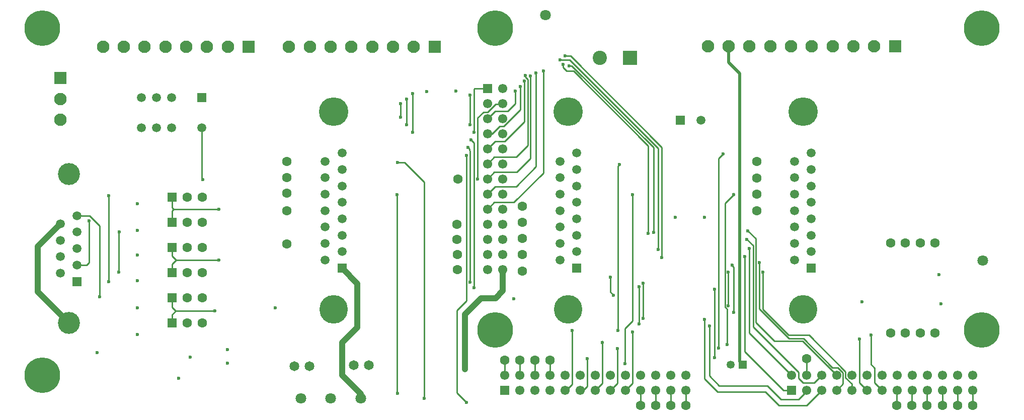
<source format=gbl>
G04*
G04 #@! TF.GenerationSoftware,Altium Limited,Altium Designer,18.1.9 (240)*
G04*
G04 Layer_Physical_Order=4*
G04 Layer_Color=16711680*
%FSLAX25Y25*%
%MOIN*%
G70*
G01*
G75*
%ADD17C,0.00984*%
%ADD38R,0.06102X0.06102*%
%ADD45C,0.07087*%
%ADD60C,0.01968*%
%ADD61C,0.03937*%
%ADD62C,0.23622*%
%ADD63R,0.05315X0.05315*%
%ADD64C,0.05315*%
%ADD65C,0.05906*%
%ADD66R,0.05906X0.05906*%
%ADD67O,0.19488X0.18898*%
%ADD68C,0.18898*%
%ADD69C,0.14567*%
%ADD70C,0.06299*%
%ADD71R,0.06299X0.06299*%
%ADD72C,0.06102*%
%ADD73R,0.08268X0.08268*%
%ADD74C,0.08268*%
%ADD75R,0.09449X0.09449*%
%ADD76C,0.09449*%
%ADD77R,0.08268X0.08268*%
%ADD78C,0.06500*%
%ADD79C,0.05937*%
%ADD80R,0.05937X0.05937*%
%ADD81R,0.05906X0.05906*%
%ADD82R,0.06102X0.06102*%
%ADD83C,0.02362*%
D17*
X40007Y222446D02*
Y223425D01*
Y222446D02*
X41634Y220820D01*
Y177134D02*
Y220820D01*
X28500Y200000D02*
X33465Y204965D01*
Y213354D01*
X25846Y190000D02*
X36614Y200768D01*
Y216240D01*
X39370Y192870D02*
Y219882D01*
X20000Y200000D02*
X28500D01*
X34000Y169500D02*
X41634Y177134D01*
X26500Y180000D02*
X39370Y192870D01*
X20000Y180000D02*
X26500D01*
X19500Y169500D02*
X34000D01*
X34500Y159500D02*
X43406Y168405D01*
Y223228D01*
X34000Y150000D02*
X47146Y163146D01*
Y225197D01*
X52000Y159000D02*
Y226500D01*
X32453Y139453D02*
X52000Y159000D01*
X19500Y159500D02*
X34500D01*
X101500Y54500D02*
Y163500D01*
X102500Y164500D01*
X214500Y51500D02*
X227873D01*
X197300Y68700D02*
Y93300D01*
X214698Y49075D02*
X224452D01*
X192575Y59925D02*
Y115425D01*
X191000Y56800D02*
Y110750D01*
X197300Y68700D02*
X214500Y51500D01*
X186750Y115000D02*
X191000Y110750D01*
Y56800D02*
X221000Y26800D01*
X187500Y120500D02*
X192575Y115425D01*
Y59925D02*
X205000Y47500D01*
X195000Y68773D02*
X214698Y49075D01*
X188500Y52800D02*
Y109000D01*
X185455Y40545D02*
Y103500D01*
Y40545D02*
X211000Y15000D01*
X188500Y52800D02*
X216300Y25000D01*
X211000Y15000D02*
X216300D01*
X177000Y97627D02*
Y98000D01*
Y97627D02*
X178000Y96627D01*
Y66500D02*
Y96627D01*
X172236Y138736D02*
X178000Y144500D01*
X172236Y70062D02*
Y138736D01*
Y70062D02*
X173736Y68562D01*
Y45264D02*
Y68562D01*
X168000Y43000D02*
Y168500D01*
X171000Y171500D01*
X111000Y19700D02*
Y53500D01*
X106300Y15000D02*
X111000Y19700D01*
X162000Y24500D02*
Y57500D01*
X101000Y19700D02*
Y42500D01*
X71000Y19000D02*
Y54500D01*
X200500Y18000D02*
X209500Y9000D01*
X162000Y24500D02*
X168500Y18000D01*
X200500D01*
X199000Y14000D02*
X208000Y5000D01*
X158791Y22709D02*
Y62000D01*
Y22709D02*
X167500Y14000D01*
X199000D01*
X205000Y47500D02*
X223800D01*
X-5354Y68000D02*
X1000Y74354D01*
X-5354Y13354D02*
Y68000D01*
Y13354D02*
X1000Y7000D01*
Y74354D02*
Y170500D01*
X6000Y83000D02*
Y179000D01*
X67300Y226500D02*
X72000D01*
X121500Y177000D01*
X65000Y228800D02*
X67300Y226500D01*
X65000Y228800D02*
Y231000D01*
X208000Y5000D02*
X226300D01*
X221000Y9000D02*
X226300Y14300D01*
X209500Y9000D02*
X221000D01*
X3500Y86500D02*
Y173425D01*
X3000Y173925D02*
X3500Y173425D01*
X3000Y173925D02*
Y174925D01*
X1925Y176000D02*
X3000Y174925D01*
X12315Y199315D02*
X15161D01*
X8500Y195500D02*
X12315Y199315D01*
X8500Y155000D02*
Y195500D01*
X24626Y204626D02*
X25000Y205000D01*
X20472Y204626D02*
X24626D01*
X15161Y199315D02*
X20472Y204626D01*
X6000Y186000D02*
Y214500D01*
X6500Y215000D01*
X15000D01*
X3500Y191000D02*
Y210500D01*
X96268Y80232D02*
X98500Y78000D01*
X96268Y80232D02*
Y89768D01*
X118000Y62500D02*
Y86000D01*
X115500Y59000D02*
Y83500D01*
X174500Y71000D02*
Y93300D01*
X-194000Y98567D02*
X-191284Y101284D01*
X-194000Y92900D02*
Y98567D01*
X-191284Y101284D02*
X-163000D01*
X-194000Y104000D02*
X-191284Y101284D01*
X-194000Y104000D02*
Y109600D01*
X4000Y181000D02*
X6000Y179000D01*
X-174335Y155335D02*
X-173500Y154500D01*
X-174335Y155335D02*
Y189000D01*
X226300Y14300D02*
Y15000D01*
Y5000D02*
X236300Y15000D01*
X227873Y51500D02*
X252166Y27207D01*
Y23288D02*
Y27207D01*
Y23288D02*
X256300Y19154D01*
Y15000D02*
Y19154D01*
X247146Y30000D02*
X250434Y26712D01*
Y19134D02*
Y26712D01*
X246300Y15000D02*
X250434Y19134D01*
X243527Y30000D02*
X247146D01*
X224452Y49075D02*
X243527Y30000D01*
X195000Y68773D02*
Y99500D01*
X261500Y19800D02*
Y49000D01*
Y19800D02*
X266300Y15000D01*
X269000Y32177D02*
Y51500D01*
Y32177D02*
X271500Y29677D01*
Y19800D02*
Y29677D01*
Y19800D02*
X276300Y15000D01*
X221000Y23000D02*
Y26800D01*
X223800Y47500D02*
X246300Y25000D01*
X231300Y20000D02*
X236300Y25000D01*
X224000Y20000D02*
X231300D01*
X221000Y23000D02*
X224000Y20000D01*
X226300Y25000D02*
Y36000D01*
X130500Y102963D02*
Y176000D01*
X70000Y236500D02*
X130500Y176000D01*
X66500Y236500D02*
X70000D01*
X70727Y230000D02*
X125000Y175727D01*
X69000Y230000D02*
X70727D01*
X69227Y234000D02*
X128000Y175227D01*
X63000Y234000D02*
X69227D01*
X128000Y108358D02*
Y175227D01*
X125000Y119500D02*
Y175727D01*
X121500Y119000D02*
Y177000D01*
X111000Y61000D02*
Y144500D01*
X106000Y56000D02*
X111000Y61000D01*
X106000Y32500D02*
Y56000D01*
X26300Y34800D02*
X26500Y35000D01*
X26300Y25000D02*
Y34800D01*
X36300Y25000D02*
Y35000D01*
X46300Y25000D02*
Y35000D01*
X56300Y25000D02*
Y35000D01*
X96300Y15000D02*
X101000Y19700D01*
X178000Y144500D02*
Y145500D01*
X91000Y19700D02*
Y46500D01*
Y47500D01*
X86300Y15000D02*
X91000Y19700D01*
X165500Y36500D02*
Y82000D01*
X81000Y17500D02*
Y36000D01*
X78500Y15000D02*
X81000Y17500D01*
X76300Y15000D02*
X78500D01*
X102500Y164500D02*
Y165000D01*
X67000Y15000D02*
X71000Y19000D01*
X66300Y15000D02*
X67000D01*
X-194000Y65000D02*
X-191500Y67500D01*
X-194000Y59500D02*
Y65000D01*
Y70000D02*
Y76200D01*
Y70000D02*
X-191500Y67500D01*
X-165500D01*
X336300Y5000D02*
Y15000D01*
X326300Y5000D02*
Y15000D01*
X316225Y14925D02*
X316300Y15000D01*
X316225Y5000D02*
Y14925D01*
X306150Y14850D02*
X306300Y15000D01*
X306150Y5000D02*
Y14850D01*
X296075Y14775D02*
X296300Y15000D01*
X296075Y5000D02*
Y14775D01*
X286000Y14700D02*
X286300Y15000D01*
X286000Y5000D02*
Y14700D01*
X116300Y5000D02*
Y15000D01*
X126300Y5000D02*
Y15000D01*
X136300Y5000D02*
Y15000D01*
X146300Y5000D02*
Y15000D01*
X23000Y190000D02*
X25846D01*
X19453Y139453D02*
X32453D01*
X15000Y135000D02*
X19453Y139453D01*
X15000Y145000D02*
X20000Y150000D01*
X34000D01*
X15000Y155000D02*
X19500Y159500D01*
X15000Y165000D02*
X19500Y169500D01*
X15000Y175000D02*
X20000Y180000D01*
X15000Y185000D02*
X18000D01*
X23000Y190000D01*
X15000Y195000D02*
X20000Y200000D01*
X-194000Y134000D02*
X-193000Y135000D01*
X-194000Y126300D02*
Y134000D01*
Y136000D02*
X-193000Y135000D01*
X-194000Y136000D02*
Y143000D01*
X-193000Y135000D02*
X-163000D01*
X-44957Y13457D02*
X-44500Y13000D01*
X-44957Y13457D02*
Y144457D01*
X-44500Y166000D02*
X-40000D01*
X-27000Y153000D01*
Y9500D02*
Y153000D01*
X-34500Y186000D02*
Y211500D01*
X-38500Y191000D02*
Y208000D01*
X-42500Y196000D02*
Y205000D01*
X-236047Y144047D02*
Y144453D01*
Y87047D02*
Y144047D01*
X-229300Y119463D02*
X-229000Y119763D01*
X-229300Y93300D02*
Y119463D01*
X-248622Y130669D02*
X-242000Y124047D01*
Y77000D02*
Y124047D01*
X-256819Y97952D02*
X-250548D01*
X-248900Y99600D01*
Y127100D01*
X-256819Y130669D02*
X-248622D01*
D38*
X216300Y15000D02*
D03*
X26300D02*
D03*
D45*
X53500Y263500D02*
D03*
X343000Y101000D02*
D03*
X-89000Y9500D02*
D03*
X-108500D02*
D03*
X-69000D02*
D03*
D60*
X174721Y232279D02*
X182000Y225000D01*
X182000Y66264D01*
Y33874D02*
Y66264D01*
Y33874D02*
X183874Y32000D01*
X174721Y232279D02*
Y243000D01*
D61*
X-81398Y24902D02*
Y46457D01*
X-81319Y95831D02*
X-71161Y85673D01*
Y56693D02*
Y85673D01*
X-81398Y46457D02*
X-71161Y56693D01*
X-81398Y24902D02*
X-69000Y12504D01*
Y9500D02*
Y12504D01*
X0Y29000D02*
Y65354D01*
X10646Y76000D01*
X20236D01*
X25000Y80764D01*
Y95000D01*
X-283000Y80236D02*
X-262409Y59645D01*
X-283000Y80236D02*
Y110216D01*
X-268000Y125216D01*
D62*
X-280000Y25000D02*
D03*
Y255000D02*
D03*
X20000Y55000D02*
D03*
Y255000D02*
D03*
X342500D02*
D03*
Y55000D02*
D03*
D63*
X183874Y32000D02*
D03*
D64*
X176000D02*
D03*
D65*
X218319Y101284D02*
D03*
X229500Y106736D02*
D03*
Y117642D02*
D03*
Y128547D02*
D03*
Y139453D02*
D03*
Y150358D02*
D03*
Y161264D02*
D03*
Y172169D02*
D03*
X218319Y112189D02*
D03*
Y123094D02*
D03*
Y134000D02*
D03*
Y144905D02*
D03*
Y155811D02*
D03*
Y166717D02*
D03*
X62910Y101284D02*
D03*
X74090Y106736D02*
D03*
Y117642D02*
D03*
Y128547D02*
D03*
Y139453D02*
D03*
Y150358D02*
D03*
Y161264D02*
D03*
Y172169D02*
D03*
X62910Y112189D02*
D03*
Y123094D02*
D03*
Y134000D02*
D03*
Y144905D02*
D03*
Y155811D02*
D03*
Y166717D02*
D03*
X-92500Y101284D02*
D03*
X-81319Y106736D02*
D03*
Y117642D02*
D03*
Y128547D02*
D03*
Y139453D02*
D03*
Y150358D02*
D03*
Y161264D02*
D03*
Y172169D02*
D03*
X-92500Y112189D02*
D03*
Y123094D02*
D03*
Y134000D02*
D03*
Y144905D02*
D03*
Y155811D02*
D03*
Y166717D02*
D03*
X-256819Y97952D02*
D03*
Y108858D02*
D03*
Y119763D02*
D03*
Y130669D02*
D03*
X-268000Y92500D02*
D03*
Y103405D02*
D03*
Y114311D02*
D03*
Y125216D02*
D03*
X156500Y194000D02*
D03*
D66*
X229500Y95831D02*
D03*
X74090D02*
D03*
X-81319D02*
D03*
X-256819Y87047D02*
D03*
D67*
X223909Y199591D02*
D03*
X68500D02*
D03*
X-86910D02*
D03*
D68*
X223909Y68410D02*
D03*
X68500D02*
D03*
X-86910D02*
D03*
D69*
X-262409Y158070D02*
D03*
Y59645D02*
D03*
D70*
X-174000Y143000D02*
D03*
X-184000D02*
D03*
X-174000Y59500D02*
D03*
X-184000D02*
D03*
X-174000Y126300D02*
D03*
X-184000D02*
D03*
X-174000Y109600D02*
D03*
X-184000D02*
D03*
X-174000Y92900D02*
D03*
X-184000D02*
D03*
X-174000Y76200D02*
D03*
X-184000D02*
D03*
X-5000Y95000D02*
D03*
Y105000D02*
D03*
X193500Y166500D02*
D03*
X-5354Y115000D02*
D03*
Y125000D02*
D03*
X193500Y155667D02*
D03*
X311500Y112500D02*
D03*
Y53000D02*
D03*
X193500Y144833D02*
D03*
X301667Y112500D02*
D03*
Y53000D02*
D03*
X291833Y112500D02*
D03*
Y53000D02*
D03*
X193500Y134000D02*
D03*
X282000Y112500D02*
D03*
Y53000D02*
D03*
X-4500Y155000D02*
D03*
X336300Y5000D02*
D03*
X326300D02*
D03*
X316225D02*
D03*
X306150D02*
D03*
X296075D02*
D03*
X286000D02*
D03*
X38000Y137000D02*
D03*
Y126250D02*
D03*
X226300Y36000D02*
D03*
X38000Y115500D02*
D03*
Y104750D02*
D03*
Y94000D02*
D03*
X146300Y5000D02*
D03*
X136300D02*
D03*
X126300D02*
D03*
X116300D02*
D03*
X56300Y35000D02*
D03*
X46300D02*
D03*
X36300D02*
D03*
X26500D02*
D03*
X-118000Y166500D02*
D03*
Y155811D02*
D03*
Y145500D02*
D03*
Y134000D02*
D03*
Y112000D02*
D03*
D71*
X-194000Y143000D02*
D03*
Y59500D02*
D03*
Y126300D02*
D03*
Y109600D02*
D03*
Y92900D02*
D03*
Y76200D02*
D03*
D72*
X326300Y25000D02*
D03*
X336300D02*
D03*
X306300D02*
D03*
X326300Y15000D02*
D03*
X316300Y25000D02*
D03*
X286300D02*
D03*
X296300D02*
D03*
X276300D02*
D03*
X266300Y15000D02*
D03*
Y25000D02*
D03*
X336300Y15000D02*
D03*
X316300D02*
D03*
X276300D02*
D03*
X286300D02*
D03*
X256300D02*
D03*
X306300D02*
D03*
X296300D02*
D03*
X256300Y25000D02*
D03*
X246300D02*
D03*
X226300D02*
D03*
X236300D02*
D03*
X216300D02*
D03*
X246300Y15000D02*
D03*
X236300D02*
D03*
X226300D02*
D03*
X136300Y25000D02*
D03*
X146300D02*
D03*
X116300D02*
D03*
X136300Y15000D02*
D03*
X126300Y25000D02*
D03*
X96300D02*
D03*
X106300D02*
D03*
X86300D02*
D03*
X76300Y15000D02*
D03*
Y25000D02*
D03*
X146300Y15000D02*
D03*
X126300D02*
D03*
X86300D02*
D03*
X96300D02*
D03*
X66300D02*
D03*
X116300D02*
D03*
X106300D02*
D03*
X66300Y25000D02*
D03*
X56300D02*
D03*
X36300D02*
D03*
X46300D02*
D03*
X26300D02*
D03*
X56300Y15000D02*
D03*
X46300D02*
D03*
X36300D02*
D03*
X25000Y95000D02*
D03*
Y105000D02*
D03*
Y115000D02*
D03*
Y125000D02*
D03*
Y135000D02*
D03*
Y145000D02*
D03*
Y155000D02*
D03*
Y165000D02*
D03*
Y175000D02*
D03*
Y185000D02*
D03*
Y195000D02*
D03*
Y205000D02*
D03*
Y215000D02*
D03*
X15000Y95000D02*
D03*
Y105000D02*
D03*
Y115000D02*
D03*
Y125000D02*
D03*
Y135000D02*
D03*
Y145000D02*
D03*
Y155000D02*
D03*
Y165000D02*
D03*
Y175000D02*
D03*
Y185000D02*
D03*
Y195000D02*
D03*
Y205000D02*
D03*
D73*
X284957Y243000D02*
D03*
X-20102Y242500D02*
D03*
X-143272D02*
D03*
D74*
X271177Y243000D02*
D03*
X257398D02*
D03*
X216059D02*
D03*
X229839D02*
D03*
X202279D02*
D03*
X243618D02*
D03*
X174721Y243000D02*
D03*
X160941D02*
D03*
X188500Y243000D02*
D03*
X-116559Y242500D02*
D03*
X-102779D02*
D03*
X-75221D02*
D03*
X-47661D02*
D03*
X-33882D02*
D03*
X-61441D02*
D03*
X-89000D02*
D03*
X-239728D02*
D03*
X-225949D02*
D03*
X-198390D02*
D03*
X-170831D02*
D03*
X-157051D02*
D03*
X-184610D02*
D03*
X-212169D02*
D03*
X-268000Y194220D02*
D03*
Y208000D02*
D03*
D75*
X109500Y235252D02*
D03*
D76*
X89500D02*
D03*
D77*
X-268000Y221779D02*
D03*
D78*
X-63500Y31500D02*
D03*
X-73500D02*
D03*
X-103000Y31000D02*
D03*
X-113000D02*
D03*
D79*
X-214335Y209000D02*
D03*
X-204335D02*
D03*
X-214335Y189000D02*
D03*
X-204335D02*
D03*
X-194335Y209000D02*
D03*
Y189000D02*
D03*
X-174335D02*
D03*
D80*
Y209000D02*
D03*
D81*
X142720Y194000D02*
D03*
D82*
X15000Y215000D02*
D03*
D83*
X40007Y223425D02*
D03*
X-81595Y43110D02*
D03*
X33465Y213354D02*
D03*
X36614Y216240D02*
D03*
X39370Y219882D02*
D03*
X43406Y223228D02*
D03*
X47146Y225197D02*
D03*
X52000Y226500D02*
D03*
X-243500Y39959D02*
D03*
X-125500Y69459D02*
D03*
X263000Y73541D02*
D03*
X32500Y75460D02*
D03*
X101500Y54500D02*
D03*
X197300Y93300D02*
D03*
X195000Y99500D02*
D03*
X187500Y120500D02*
D03*
X186750Y115000D02*
D03*
X188500Y109000D02*
D03*
X185455Y103500D02*
D03*
X177000Y98000D02*
D03*
X178000Y66500D02*
D03*
X173736Y45264D02*
D03*
X168000Y43000D02*
D03*
X111000Y53500D02*
D03*
X162000Y57500D02*
D03*
X101000Y42500D02*
D03*
X71000Y54500D02*
D03*
X158791Y62000D02*
D03*
X-181941Y36921D02*
D03*
X0Y29000D02*
D03*
X314000Y91646D02*
D03*
X315354Y72354D02*
D03*
X158791Y129500D02*
D03*
X139500D02*
D03*
X-5854Y213354D02*
D03*
X-25146Y213000D02*
D03*
X-189500Y23000D02*
D03*
X-157441Y41921D02*
D03*
Y32921D02*
D03*
X6000Y83000D02*
D03*
X3500Y86500D02*
D03*
X8500Y155000D02*
D03*
X98500Y78000D02*
D03*
X96268Y89768D02*
D03*
X118000Y86000D02*
D03*
Y62500D02*
D03*
X115500Y83500D02*
D03*
Y59000D02*
D03*
X174500Y71000D02*
D03*
Y93300D02*
D03*
X-163000Y101284D02*
D03*
X-173500Y154500D02*
D03*
X261500Y49000D02*
D03*
X269000Y51500D02*
D03*
X65000Y231000D02*
D03*
X69000Y230000D02*
D03*
X130500Y102963D02*
D03*
X128000Y108358D02*
D03*
X125000Y119500D02*
D03*
X121500Y119000D02*
D03*
X63000Y234000D02*
D03*
X66500Y236500D02*
D03*
X111000Y144500D02*
D03*
X171000Y171500D02*
D03*
X178000Y144500D02*
D03*
X91000Y46500D02*
D03*
X165500Y82000D02*
D03*
Y36500D02*
D03*
X81000Y36000D02*
D03*
X102500Y164500D02*
D03*
X106000Y32500D02*
D03*
X-165500Y67500D02*
D03*
X4000Y181000D02*
D03*
X1925Y176000D02*
D03*
X-163000Y135000D02*
D03*
X-44500Y13000D02*
D03*
X-44957Y144457D02*
D03*
X-44500Y166000D02*
D03*
X-27000Y9500D02*
D03*
X1000Y7000D02*
D03*
Y170500D02*
D03*
X6000Y186000D02*
D03*
X3500Y210500D02*
D03*
Y191000D02*
D03*
X-34500Y186000D02*
D03*
Y211500D02*
D03*
X-38500Y191000D02*
D03*
Y208000D02*
D03*
X-42500Y196000D02*
D03*
Y205000D02*
D03*
X-236047Y144047D02*
D03*
Y87047D02*
D03*
X-229000Y119763D02*
D03*
X-229300Y93300D02*
D03*
X-242000Y77000D02*
D03*
X-248900Y127100D02*
D03*
X-216957Y52000D02*
D03*
Y69500D02*
D03*
Y87543D02*
D03*
Y104500D02*
D03*
Y121043D02*
D03*
Y138500D02*
D03*
M02*

</source>
